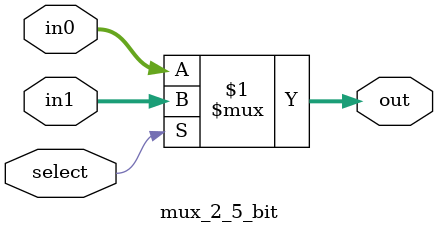
<source format=v>
module mux_2_5_bit(out, select, in0, in1);

	input select;
	input [4:0] in0, in1;
	output [4:0] out;
	assign out = select ? in1 : in0;

endmodule

</source>
